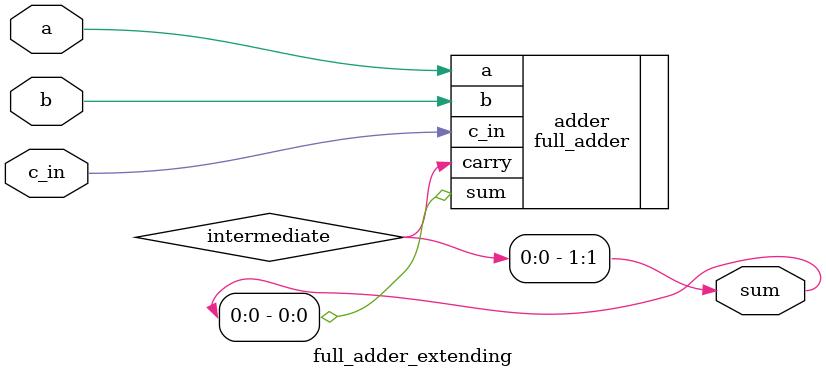
<source format=sv>

/*
* This Source Code Form is subject to the terms of the Mozilla Public
* License, v. 2.0. If a copy of the MPL was not distributed with this
* file, You can obtain one at https://mozilla.org/MPL/2.0/.
*/
`default_nettype none

/* svlint off keyword_forbidden_wire_reg */
module full_adder_extending #(
    parameter int unsigned INPUT_SIZE = 1
)(
    input  wire [INPUT_SIZE - 1:0] a,
    input  wire [INPUT_SIZE - 1:0] b,
    input  wire                    c_in,
    output wire [INPUT_SIZE:0]     sum
);
/* svlint on keyword_forbidden_wire_reg */

logic [INPUT_SIZE - 1:0] intermediate;


full_adder adder (
    .a(a[0]),
    .b(b[0]),
    .c_in(c_in),
    .sum(sum[0]),
    .carry(intermediate[0])
);

for (genvar i = 1; i < INPUT_SIZE; i++) begin
    full_adder adder(
        .a(a[i]),
        .b(b[i]),
        .c_in(intermediate[i - 1]),
        .sum(sum[i]),
        .carry(intermediate[i])
    );
end

  assign sum[INPUT_SIZE] = intermediate[INPUT_SIZE - 1];

endmodule

`default_nettype wire

</source>
